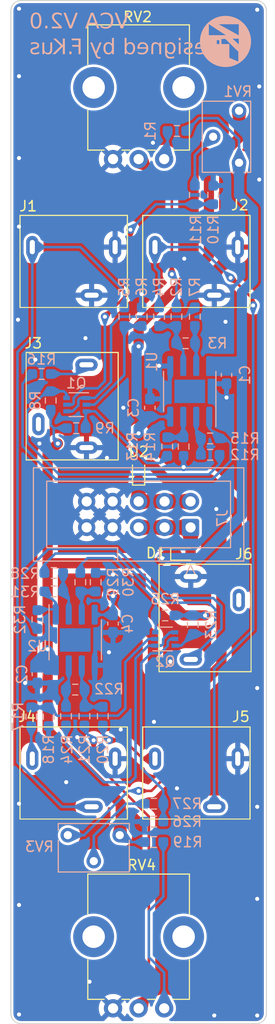
<source format=kicad_pcb>
(kicad_pcb (version 20221018) (generator pcbnew)
  (layers (0 "F.Cu" mixed) (31 "B.Cu" signal) (34 "B.Paste" user) (35 "F.Paste" user) (36 "B.SilkS" user "B.Silkscreen") (37 "F.SilkS" user "F.Silkscreen") (38 "B.Mask" user) (39 "F.Mask" user) (44 "Edge.Cuts" user))
  (net 0 "")
  (net 1 "+12V")
  (net 2 "GNDREF")
  (net 3 "-12V")
  (net 4 "/SIGNAL_IN1")
  (net 5 "/CV_IN1")
  (net 6 "Net-(J3-PadT)")
  (net 8 "/SIGNAL_IN2")
  (net 9 "/CV_IN2")
  (net 10 "Net-(J6-PadT)")
  (net 12 "Net-(R1-Pad1)")
  (net 13 "Net-(R2-Pad1)")
  (net 14 "Net-(U1A--)")
  (net 15 "Net-(R3-Pad2)")
  (net 16 "Net-(R11-Pad2)")
  (net 17 "Net-(U1B--)")
  (net 18 "Net-(R15-Pad1)")
  (net 19 "Net-(R19-Pad1)")
  (net 20 "Net-(R21-Pad1)")
  (net 21 "Net-(R22-Pad2)")
  (net 22 "Net-(R27-Pad2)")
  (net 23 "Net-(R31-Pad1)")
  (net 24 "Net-(U1A-+)")
  (net 25 "Net-(U2B--)")
  (net 26 "Net-(U2A--)")
  (net 27 "Net-(U2A-+)")
  (net 28 "Net-(D1-A)")
  (net 29 "Net-(D2-K)")
  (net 30 "Net-(Q1A-E1)")
  (net 31 "Net-(Q1A-B1)")
  (net 32 "Net-(Q1B-C2)")
  (net 33 "Net-(Q1B-B2)")
  (net 34 "Net-(Q1A-C1)")
  (net 35 "Net-(Q2A-E1)")
  (net 36 "Net-(Q2A-B1)")
  (net 37 "Net-(Q2B-C2)")
  (net 38 "Net-(Q2B-B2)")
  (net 39 "Net-(Q2A-C1)")
  (footprint "Diode_SMD:D_SOD-523" (layer "F.Cu") (at 112.5 71.1 90)
    (fp_text reference "D2")
    (fp_text value "BAS516")
  )
  (footprint "Diode_SMD:D_SOD-523" (layer "F.Cu") (at 116.9 79.1)
    (fp_text reference "D1")
    (fp_text value "BAS516")
  )
  (footprint "Other:Jack_3.5mm_VCO" (layer "F.Cu") (at 118.5 100)
    (fp_text reference "J5")
    (fp_text value "AudioJack2_SwitchT")
  )
  (footprint "Other:Jack_3.5mm_VCO" (layer "F.Cu") (at 106.5 50)
    (fp_text reference "J1")
    (fp_text value "AudioJack2_SwitchT")
  )
  (footprint "Other:Jack_3.5mm_VCO" (layer "F.Cu") (at 106.5 100)
    (fp_text reference "J4")
    (fp_text value "AudioJack2_SwitchT")
  )
  (footprint "Other:Potentiometer_Bourns_PTV09A-1_Single_Vertical" (layer "F.Cu") (at 115 40.5 90)
    (fp_text reference "RV2")
    (fp_text value "100K")
  )
  (footprint "Other:Jack_3.5mm_VCO" (layer "F.Cu") (at 118.5 85 90)
    (fp_text reference "J6")
    (fp_text value "AudioJack2_SwitchT")
  )
  (footprint "Other:Jack_3.5mm_VCO" (layer "F.Cu") (at 118.5 50)
    (fp_text reference "J2")
    (fp_text value "AudioJack2_SwitchT")
  )
  (footprint "Other:Potentiometer_Bourns_PTV09A-1_Single_Vertical" (layer "F.Cu") (at 115 123.5 90)
    (fp_text reference "RV4")
    (fp_text value "100K")
  )
  (footprint "Other:Jack_3.5mm_VCO" (layer "F.Cu") (at 106.5 65 -90)
    (fp_text reference "J3")
    (fp_text value "AudioJack2_SwitchT")
  )
  (footprint "Resistor_SMD:R_0603_1608Metric_Pad0.98x0.95mm_HandSolder" (layer "B.Cu") (at 109 94.95 90)
    (fp_text reference "R20")
    (fp_text value "100K")
  )
  (footprint "LOGO" (layer "B.Cu") (at 121 29 180)
    (fp_text reference "G***" hide)
    (fp_text value "LOGO" hide)
  )
  (footprint "Capacitor_SMD:C_0603_1608Metric_Pad1.08x0.95mm_HandSolder" (layer "B.Cu") (at 102.6 90.85 -90)
    (fp_text reference "C2")
    (fp_text value "100n")
  )
  (footprint "Resistor_SMD:R_0603_1608Metric_Pad0.98x0.95mm_HandSolder" (layer "B.Cu") (at 116.9 68.6 90)
    (fp_text reference "R14")
    (fp_text value "100K")
  )
  (footprint "Package_SO:SOIC-8-1EP_3.9x4.9mm_P1.27mm_EP2.29x3mm" (layer "B.Cu") (at 106.3 87.5 -90)
    (fp_text reference "U2")
    (fp_text value "TL072")
  )
  (footprint "Resistor_SMD:R_0603_1608Metric_Pad0.98x0.95mm_HandSolder" (layer "B.Cu") (at 104.2 80.95)
    (fp_text reference "R28")
    (fp_text value "10K")
  )
  (footprint "Resistor_SMD:R_0603_1608Metric_Pad0.98x0.95mm_HandSolder" (layer "B.Cu") (at 102 95 90)
    (fp_text reference "R17")
    (fp_text value "100K")
  )
  (footprint "Connector_IDC:IDC-Header_2x05_P2.54mm_Vertical" (layer "B.Cu") (at 117.58 76.5 90)
    (fp_text reference "J7")
    (fp_text value "Conn_02x05_Odd_Even")
  )
  (footprint "Resistor_SMD:R_0603_1608Metric_Pad0.98x0.95mm_HandSolder" (layer "B.Cu") (at 106.8 81.85 -90)
    (fp_text reference "R29")
    (fp_text value "10K")
  )
  (footprint "Resistor_SMD:R_0603_1608Metric_Pad0.98x0.95mm_HandSolder" (layer "B.Cu") (at 111.1 55.9 -90)
    (fp_text reference "R5")
    (fp_text value "100K")
  )
  (footprint "Resistor_SMD:R_0603_1608Metric_Pad0.98x0.95mm_HandSolder" (layer "B.Cu") (at 116.25 37.75)
    (fp_text reference "R1")
    (fp_text value "20K")
  )
  (footprint "Potentiometer_THT:Potentiometer_Bourns_3266W_Vertical" (layer "B.Cu") (at 122.325 35.775 90)
    (fp_text reference "RV1")
    (fp_text value "100K")
  )
  (footprint "Resistor_SMD:R_0603_1608Metric_Pad0.98x0.95mm_HandSolder" (layer "B.Cu") (at 114 105.25)
    (fp_text reference "R26")
    (fp_text value "100")
  )
  (footprint "Potentiometer_THT:Potentiometer_Bourns_3266W_Vertical" (layer "B.Cu") (at 105.575 106.575 180)
    (fp_text reference "RV3")
    (fp_text value "100K")
  )
  (footprint "Resistor_SMD:R_0603_1608Metric_Pad0.98x0.95mm_HandSolder" (layer "B.Cu") (at 107.2 94.95 90)
    (fp_text reference "R21")
    (fp_text value "100K")
  )
  (footprint "Resistor_SMD:R_0603_1608Metric_Pad0.98x0.95mm_HandSolder" (layer "B.Cu") (at 114 103.5 180)
    (fp_text reference "R27")
    (fp_text value "100K")
  )
  (footprint "Package_SO:SOIC-8-1EP_3.9x4.9mm_P1.27mm_EP2.29x3mm" (layer "B.Cu") (at 117.5 63.2 90)
    (fp_text reference "U1")
    (fp_text value "TL072")
  )
  (footprint "Resistor_SMD:R_0603_1608Metric_Pad0.98x0.95mm_HandSolder" (layer "B.Cu") (at 117.1 58.5)
    (fp_text reference "R3")
    (fp_text value "82K")
  )
  (footprint "Resistor_SMD:R_0603_1608Metric_Pad0.98x0.95mm_HandSolder" (layer "B.Cu") (at 112.8 55.9 -90)
    (fp_text reference "R6")
    (fp_text value "100")
  )
  (footprint "Resistor_SMD:R_0603_1608Metric_Pad0.98x0.95mm_HandSolder" (layer "B.Cu") (at 119.5 67.8 180)
    (fp_text reference "R15")
    (fp_text value "100K")
  )
  (footprint "Resistor_SMD:R_0603_1608Metric_Pad0.98x0.95mm_HandSolder" (layer "B.Cu") (at 115.1 85.1)
    (fp_text reference "R25")
    (fp_text value "20K")
  )
  (footprint "Resistor_SMD:R_0603_1608Metric_Pad0.98x0.95mm_HandSolder" (layer "B.Cu") (at 103.9 64.1 -90)
    (fp_text reference "R8")
    (fp_text value "20K")
  )
  (footprint "Resistor_SMD:R_0603_1608Metric_Pad0.98x0.95mm_HandSolder" (layer "B.Cu") (at 106.4 66.8 180)
    (fp_text reference "R9")
    (fp_text value "20K")
  )
  (footprint "Resistor_SMD:R_0603_1608Metric_Pad0.98x0.95mm_HandSolder" (layer "B.Cu") (at 106.3 92.35 180)
    (fp_text reference "R22")
    (fp_text value "82K")
  )
  (footprint "Package_TO_SOT_SMD:SOT-363_SC-70-6" (layer "B.Cu") (at 106.4 64.5 180)
    (fp_text reference "Q1")
    (fp_text value "BC847BDW1")
  )
  (footprint "Capacitor_SMD:C_0603_1608Metric_Pad1.08x0.95mm_HandSolder" (layer "B.Cu") (at 113.6 64.8 -90)
    (fp_text reference "C3")
    (fp_text value "100n")
  )
  (footprint "Resistor_SMD:R_0603_1608Metric_Pad0.98x0.95mm_HandSolder" (layer "B.Cu") (at 103 61.5 180)
    (fp_text reference "R16")
    (fp_text value "1K")
  )
  (footprint "Resistor_SMD:R_0603_1608Metric_Pad0.98x0.95mm_HandSolder" (layer "B.Cu") (at 114.5 55.9 -90)
    (fp_text reference "R4")
    (fp_text value "100K")
  )
  (footprint "Resistor_SMD:R_0603_1608Metric_Pad0.98x0.95mm_HandSolder" (layer "B.Cu") (at 117.8 86 90)
    (fp_text reference "R23")
    (fp_text value "20K")
  )
  (footprint "Resistor_SMD:R_0603_1608Metric_Pad0.98x0.95mm_HandSolder" (layer "B.Cu") (at 105.4 94.95 -90)
    (fp_text reference "R24")
    (fp_text value "10K")
  )
  (footprint "Resistor_SMD:R_0603_1608Metric_Pad0.98x0.95mm_HandSolder" (layer "B.Cu") (at 102.6 85.5 90)
    (fp_text reference "R32")
    (fp_text value "1K")
  )
  (footprint "Capacitor_SMD:C_0603_1608Metric_Pad1.08x0.95mm_HandSolder" (layer "B.Cu") (at 110 85.9 90)
    (fp_text reference "C4")
    (fp_text value "100n")
  )
  (footprint "Package_TO_SOT_SMD:SOT-363_SC-70-6" (layer "B.Cu") (at 115.1 87.4)
    (fp_text reference "Q2")
    (fp_text value "BC847BDW1")
  )
  (footprint "Resistor_SMD:R_0603_1608Metric_Pad0.98x0.95mm_HandSolder" (layer "B.Cu") (at 118 55.9 90)
    (fp_text reference "R7")
    (fp_text value "10K")
  )
  (footprint "Resistor_SMD:R_0603_1608Metric_Pad0.98x0.95mm_HandSolder" (layer "B.Cu") (at 118 44 90)
    (fp_text reference "R11")
    (fp_text value "100K")
  )
  (footprint "Resistor_SMD:R_0603_1608Metric_Pad0.98x0.95mm_HandSolder" (layer "B.Cu") (at 114 107.25 180)
    (fp_text reference "R19")
    (fp_text value "20K")
  )
  (footprint "Capacitor_SMD:C_0603_1608Metric_Pad1.08x0.95mm_HandSolder" (layer "B.Cu") (at 121.1 61.6 -90)
    (fp_text reference "C1")
    (fp_text value "100n")
  )
  (footprint "Resistor_SMD:R_0603_1608Metric_Pad0.98x0.95mm_HandSolder" (layer "B.Cu") (at 116.2 55.9 -90)
    (fp_text reference "R2")
    (fp_text value "100K")
  )
  (footprint "Resistor_SMD:R_0603_1608Metric_Pad0.98x0.95mm_HandSolder" (layer "B.Cu") (at 103.7 95 90)
    (fp_text reference "R18")
    (fp_text value "100")
  )
  (footprint "Resistor_SMD:R_0603_1608Metric_Pad0.98x0.95mm_HandSolder" (layer "B.Cu") (at 108.3 81.85 -90)
    (fp_text reference "R30")
    (fp_text value "100K")
  )
  (footprint "Resistor_SMD:R_0603_1608Metric_Pad0.98x0.95mm_HandSolder" (layer "B.Cu") (at 119.5 69.4 180)
    (fp_text reference "R12")
    (fp_text value "10K")
  )
  (footprint "Resistor_SMD:R_0603_1608Metric_Pad0.98x0.95mm_HandSolder" (layer "B.Cu") (at 115.3 68.6 90)
    (fp_text reference "R13")
    (fp_text value "10K")
  )
  (footprint "Resistor_SMD:R_0603_1608Metric_Pad0.98x0.95mm_HandSolder" (layer "B.Cu") (at 104.2 82.75)
    (fp_text reference "R31")
    (fp_text value "100K")
  )
  (footprint "Resistor_SMD:R_0603_1608Metric_Pad0.98x0.95mm_HandSolder" (layer "B.Cu") (at 119.8 44 -90)
    (fp_text reference "R10")
    (fp_text value "100")
  )
  (gr_arc (start 125 124) (mid 124.707107 124.707107) (end 124 125) (stroke (width 0.1)) (layer "Edge.Cuts"))
  (gr_line (start 124 125) (end 101 125) (stroke (width 0.1)) (layer "Edge.Cuts"))
  (gr_line (start 100 124) (end 100 26) (stroke (width 0.1)) (layer "Edge.Cuts"))
  (gr_arc (start 100 26) (mid 100.292893 25.292893) (end 101 25) (stroke (width 0.1)) (layer "Edge.Cuts"))
  (gr_arc (start 124 25) (mid 124.707107 25.292893) (end 125 26) (stroke (width 0.1)) (layer "Edge.Cuts"))
  (gr_line (start 101 25) (end 124 25) (stroke (width 0.1)) (layer "Edge.Cuts"))
  (gr_line (start 125 26) (end 125 124) (stroke (width 0.1)) (layer "Edge.Cuts"))
  (gr_arc (start 101 125) (mid 100.292893 124.707107) (end 100 124) (stroke (width 0.1)) (layer "Edge.Cuts"))
  (gr_text "VCA V2.0\nDesigned by F.Kus" (at 101.8 30.5) (layer "B.SilkS") (effects (font (size 1.5 1.5)) (justify right bottom mirror)))
  (segment (start 103.6 69.3) (end 104.6 68.3) (width 1) (layer "F.Cu") (net 1))
  (segment (start 115.3 79.1) (end 116.2 79.1) (width 1) (layer "F.Cu") (net 1))
  (segment (start 103.6 88.4) (end 103.6 80) (width 1) (layer "F.Cu") (net 1))
  (segment (start 119 85.1) (end 116.9 85.1) (width 1) (layer "F.Cu") (net 1))
  (segment (start 103.6 88.4) (end 103.6 96.35) (width 1) (layer "F.Cu") (net 1))
  (segment (start 114.8 79.5) (end 114.9 79.5) (width 1) (layer "F.Cu") (net 1))
  (segment (start 110.75 103.5) (end 110.75 106.48) (width 1) (layer "F.Cu") (net 1))
  (segment (start 103.6 80) (end 103.6 69.3) (width 1) (layer "F.Cu") (net 1))
  (segment (start 114.2 80.2) (end 114.8 79.6) (width 1) (layer "F.Cu") (net 1))
  (segment (start 103.6 96.35) (end 110.75 103.5) (width 1) (layer "F.Cu") (net 1))
  (segment (start 114.2 82.4) (end 114.2 80.2) (width 1) (layer "F.Cu") (net 1))
  (segment (start 114.9 79.5) (end 115.3 79.1) (width 1) (layer "F.Cu") (net 1))
  (segment (start 116.9 85.1) (end 114.2 82.4) (width 1) (layer "F.Cu") (net 1))
  (segment (start 114.2 80.2) (end 114 80) (width 1) (layer "F.Cu") (net 1))
  (segment (start 110.75 106.48) (end 110.655 106.575) (width 0.25) (layer "F.Cu") (net 1))
  (segment (start 114.8 79.6) (end 114.8 79.5) (width 1) (layer "F.Cu") (net 1))
  (segment (start 114 80) (end 103.6 80) (width 1) (layer "F.Cu") (net 1))
  (via (at 119 85.1) (size 0.8) (drill 0.4) (layers "F.Cu" "B.Cu") (net 1))
  (via (at 114.8 79.5) (size 0.8) (drill 0.4) (layers "F.Cu" "B.Cu") (net 1))
  (via (at 104.6 68.3) (size 0.8) (drill 0.4) (layers "F.Cu" "B.Cu") (net 1))
  (via (at 103.6 88.4) (size 0.8) (drill 0.4) (layers "F.Cu" "B.Cu") (net 1))
  (segment (start 116.025 85.0875) (end 116.0125 85.1) (width 0.25) (layer "B.Cu") (net 1))
  (segment (start 122.6 75.3) (end 122.6 53.5) (width 1) (layer "B.Cu") (net 1))
  (segment (start 121.0875 60.725) (end 121.1 60.7375) (width 1) (layer "B.Cu") (net 1))
  (segment (start 104.2 66.8) (end 105.4875 66.8) (width 0.25) (layer "B.Cu") (net 1))
  (segment (start 104.2 66.8) (end 104.2 67.9) (width 0.25) (layer "B.Cu") (net 1))
  (segment (start 117.8125 85.1) (end 119 85.1) (width 0.25) (layer "B.Cu") (net 1))
  (segment (start 123.7 52.4) (end 123.7 45.4) (width 1) (layer "B.Cu") (net 1))
  (segment (start 104.2 67.9) (end 104.6 68.3) (width 0.25) (layer "B.Cu") (net 1))
  (segment (start 117.8 85.0875) (end 116.025 85.0875) (width 0.25) (layer "B.Cu") (net 1))
  (segment (start 119 85.1) (end 119 85.0875) (width 0.25) (layer "B.Cu") (net 1))
  (segment (start 118.4125 36.5) (end 120.25 36.5) (width 0.25) (layer "B.Cu") (net 1))
  (segment (start 111.75 107.25) (end 113.0875 107.25) (width 0.25) (layer "B.Cu") (net 1))
  (segment (start 110.655 106.575) (end 111.075 106.575) (width 0.25) (layer "B.Cu") (net 1))
  (segment (start 103.9 66.5) (end 104.2 66.8) (width 0.25) (layer "B.Cu") (net 1))
  (segment (start 111.075 106.575) (end 111.75 107.25) (width 0.25) (layer "B.Cu") (net 1))
  (segment (start 122.6 53.5) (end 123.7 52.4) (width 1) (layer "B.Cu") (net 1))
  (segment (start 122.325 44.025) (end 122.325 40.855) (width 1) (layer "B.Cu") (net 1))
  (segment (start 118.4 79.5) (end 122.6 75.3) (width 1) (layer "B.Cu") (net 1))
  (segment (start 117.1625 37.75) (end 118.4125 36.5) (width 0.25) (layer "B.Cu") (net 1))
  (segment (start 122.325 38.575) (end 122.325 40.855) (width 0.25) (layer "B.Cu") (net 1))
  (segment (start 117.8 85.0875) (end 117.8125 85.1) (width 0.25) (layer "B.Cu") (net 1))
  (segment (start 102.6125 89.975) (end 102.6 89.9875) (width 0.25) (layer "B.Cu") (net 1))
  (segment (start 120.25 36.5) (end 122.325 38.575) (width 0.25) (layer "B.Cu") (net 1))
  (segment (start 103.9 66.5) (end 103.9 65.0125) (width 0.25) (layer "B.Cu") (net 1))
  (segment (start 114.8 79.5) (end 118.4 79.5) (width 1) (layer "B.Cu") (net 1))
  (segment (start 123.7 45.4) (end 122.325 44.025) (width 1) (layer "B.Cu") (net 1))
  (via (at 109.6 88.7) (size 0.8) (drill 0.4) (layers "F.Cu" "B.Cu") (net 2))
  (via (at 113.9 38.9) (size 0.8) (drill 0.4) (layers "F.Cu" "B.Cu") (net 2))
  (via (at 116.966592 50.231721) (size 0.8) (drill 0.4) (layers "F.Cu" "B.Cu") (net 2))
  (via (at 111 64.8) (size 0.8) (drill 0.4) (layers "F.Cu" "B.Cu") (net 2))
  (via (at 100.8 25.8) (size 0.8) (drill 0.4) (layers "F.Cu" "B.Cu") (net 2))
  (via (at 109.4 69.7) (size 0.8) (drill 0.4) (layers "F.Cu" "B.Cu") (net 2))
  (via (at 101.4 91.7) (size 0.8) (drill 0.4) (layers "F.Cu" "B.Cu") (net 2))
  (via (at 121 56.4) (size 0.8) (drill 0.4) (layers "F.Cu" "B.Cu") (net 2))
  (via (at 124.1 103.8) (size 0.8) (drill 0.4) (layers "F.Cu" "B.Cu") (net 2))
  (via (at 121.1 63.8) (size 0.8) (drill 0.4) (layers "F.Cu" "B.Cu") (net 2))
  (via (at 116.9 70.6) (size 0.8) (drill 0.4) (layers "F.Cu" "B.Cu") (net 2))
  (via (at 124.3 33.4) (size 0.8) (drill 0.4) (layers "F.Cu" "B.Cu") (net 2))
  (via (at 100.8 32.4) (size 0.8) (drill 0.4) (layers "F.Cu" "B.Cu") (net 2))
  (via (at 124.1 25.9) (size 0.8) (drill 0.4) (layers "F.Cu" "B.Cu") (net 2))
  (via (at 120.1 74.7) (size 0.8) (drill 0.4) (layers "F.Cu" "B.Cu") (net 2))
  (via (at 110 81.1) (size 0.8) (drill 0.4) (layers "F.Cu" "B.Cu") (net 2))
  (via (at 124.1 92.2) (size 0.8) (drill 0.4) (layers "F.Cu" "B.Cu") (net 2))
  (via (at 107.3 58) (size 0.8) (drill 0.4) (layers "F.Cu" "B.Cu") (net 2))
  (via (at 100.8 40.4) (size 0.8) (drill 0.4) (layers "F.Cu" "B.Cu") (net 2))
  (via (at 100.8 47.1) (size 0.8) (drill 0.4) (layers "F.Cu" "B.Cu") (net 2))
  (via (at 124.3 42.5) (size 0.8) (drill 0.4) (layers "F.Cu" "B.Cu") (net 2))
  (via (at 102.8 68.3) (size 0.8) (drill 0.4) (layers "F.Cu" "B.Cu") (net 2))
  (via (at 115.6 89.6) (size 0.8) (drill 0.4) (layers "F.Cu" "B.Cu") (net 2))
  (via (at 124.1 124.2) (size 0.8) (drill 0.4) (layers "F.Cu" "B.Cu") (net 2))
  (via (at 114.5 60.7) (size 0.8) (drill 0.4) (layers "F.Cu" "B.Cu") (net 2))
  (via (at 124.1 112.8) (size 0.8) (drill 0.4) (layers "F.Cu" "B.Cu") (net 2))
  (via (at 105.418101 101.394415) (size 0.8) (drill 0.4) (layers "F.Cu" "B.Cu") (net 2))
  (via (at 100.8 124.1) (size 0.8) (drill 0.4) (layers "F.Cu" "B.Cu") (net 2))
  (via (at 107.7 120.9) (size 0.8) (drill 0.4) (layers "F.Cu" "B.Cu") (net 2))
  (via (at 102.4 60.1) (size 0.8) (drill 0.4) (layers "F.Cu" "B.Cu") (net 2))
  (via (at 119.9 124.2) (size 0.8) (drill 0.4) (layers "F.Cu" "B.Cu") (net 2))
  (via (at 100.8 113.4) (size 0.8) (drill 0.4) (layers "F.Cu" "B.Cu") (net 2))
  (via (at 112.8 53.7) (size 0.8) (drill 0.4) (layers "F.Cu" "B.Cu") (net 2))
  (via (at 106.5 97) (size 0.8) (drill 0.4) (layers "F.Cu" "B.Cu") (net 2))
  (via (at 100.8 103.5) (size 0.8) (drill 0.4) (layers "F.Cu" "B.Cu") (net 2))
  (via (at 114 95.5) (size 0.8) (drill 0.4) (layers "F.Cu" "B.Cu") (net 2))
  (via (at 116.25 102) (size 0.8) (drill 0.4) (layers "F.Cu" "B.Cu") (net 2))
  (via (at 110.75 96.25) (size 0.8) (drill 0.4) (layers "F.Cu" "B.Cu") (net 2))
  (via (at 100.7 56.2) (size 0.8) (drill 0.4) (layers "F.Cu" "B.Cu") (net 2))
  (segment (start 101.4125 91.7125) (end 101.4 91.7) (width 0.25) (layer "B.Cu") (net 2))
  (segment (start 121.1 62.4625) (end 121.1 63.8) (width 0.25) (layer "B.Cu") (net 2))
  (segment (start 112.8 54.9875) (end 112.8 53.7) (width 0.25) (layer "B.Cu") (net 2))
  (segment (start 102.6 91.7125) (end 101.4125 91.7125) (width 0.25) (layer "B.Cu") (net 2))
  (segment (start 109.9875 40.4875) (end 110 40.5) (width 0.25) (layer "B.Cu") (net 2))
  (segment (start 109.025 89.975) (end 109.6 89.4) (width 0.25) (layer "B.Cu") (net 2))
  (segment (start 109.8375 80.9375) (end 110 81.1) (width 0.25) (layer "B.Cu") (net 2))
  (segment (start 110 86.7625) (end 110 88.3) (width 0.25) (layer "B.Cu") (net 2))
  (segment (start 113.6 61.6) (end 114.5 60.7) (width 0.25) (layer "B.Cu") (net 2))
  (segment (start 116.9 70.6) (end 116.9 70.5) (width 0.25) (layer "B.Cu") (net 2))
  (segment (start 113.6 63.9375) (end 113.6 61.6) (width 0.25) (layer "B.Cu") (net 2))
  (segment (start 108.205 89.975) (end 109.025 89.975) (width 0.25) (layer "B.Cu") (net 2))
  (segment (start 115.595 60.725) (end 114.525 60.725) (width 0.25) (layer "B.Cu") (net 2))
  (segment (start 109.6 89.4) (end 109.6 88.7) (width 0.25) (layer "B.Cu") (net 2))
  (segment (start 114.525 60.725) (end 114.5 60.7) (width 0.25) (layer "B.Cu") (net 2))
  (segment (start 116.9 69.5125) (end 116.9 70.6) (width 0.25) (layer "B.Cu") (net 2))
  (segment (start 110 88.3) (end 109.6 88.7) (width 0.25) (layer "B.Cu") (net 2))
  (segment (start 113.75 102.25) (end 115.5 100.5) (width 0.25) (layer "F.Cu") (net 3))
  (segment (start 120.6 89.9) (end 120.6 80.6) (width 1) (layer "F.Cu") (net 3))
  (segment (start 113.8 70.4) (end 112.5 70.4) (width 1) (layer "F.Cu") (net 3))
  (segment (start 115.5 100.5) (end 115.5 91.8) (width 0.25) (layer "F.Cu") (net 3))
  (segment (start 115.5 91.8) (end 118.7 91.8) (width 1) (layer "F.Cu") (net 3))
  (segment (start 120.6 80.6) (end 122.1 79.1) (width 1) (layer "F.Cu") (net 3))
  (segment (start 115.2 71.8) (end 113.8 70.4) (width 1) (layer "F.Cu") (net 3))
  (segment (start 112.5 102.25) (end 113.75 102.25) (width 0.25) (layer "F.Cu") (net 3))
  (segment (start 119.375 41.375) (end 122.325 38.425) (width 1) (layer "F.Cu") (net 3))
  (segment (start 119.5 71.8) (end 115.2 71.8) (width 1) (layer "F.Cu") (net 3))
  (segment (start 112.5 56.8) (end 119.375 49.925) (width 1) (layer "F.Cu") (net 3))
  (segment (start 112.5 70.4) (end 112.5 67.3) (width 1) (layer "F.Cu") (net 3))
  (segment (start 110 83.2) (end 109.9 83.2) (width 1) (layer "F.Cu") (net 3))
  (segment (start 122.325 38.425) (end 122.325 35.775) (width 1) (layer "F.Cu") (net 3))
  (segment (start 113.9 87.1) (end 113.9 90.2) (width 1) (layer "F.Cu") (net 3))
  (segment (start 112.1 85.3) (end 113.9 87.1) (width 1) (layer "F.Cu") (net 3))
  (segment (start 118.7 91.8) (end 120.6 89.9) (width 1) (layer "F.Cu") (net 3))
  (segment (start 113.9 90.2) (end 115.5 91.8) (width 1) (layer "F.Cu") (net 3))
  (segment (start 122.1 74.4) (end 119.5 71.8) (width 1) (layer "F.Cu") (net 3))
  (segment (start 112.5 58.8) (end 112.5 56.8) (width 1) (layer "F.Cu") (net 3))
  (segment (start 119.375 49.925) (end 119.375 41.375) (width 1) (layer "F.Cu") (net 3))
  (segment (start 112.1 85.3) (end 110 83.2) (width 1) (layer "F.Cu") (net 3))
  (segment (start 122.1 79.1) (end 122.1 74.4) (width 1) (layer "F.Cu") (net 3))
  (via (at 112.5 58.8) (size 0.8) (drill 0.4) (layers "F.Cu" "B.Cu") (net 3))
  (via (at 110 83.2) (size 0.8) (drill 0.4) (layers "F.Cu" "B.Cu") (net 3))
  (via (at 112.5 67.3) (size 0.8) (drill 0.4) (layers "F.Cu" "B.Cu") (net 3))
  (via (at 112.5 102.25) (size 0.8) (drill 0.4) (layers "F.Cu" "B.Cu") (net 3))
  (segment (start 112.5 66.7625) (end 113.6 65.6625) (width 1) (layer "B.Cu") (net 3))
  (segment (start 113.6 65.6625) (end 112.8625 65.6625) (width 1) (layer "B.Cu") (net 3))
  (segment (start 105.575 106.575) (end 107.175 106.575) (width 0.25) (layer "B.Cu") (net 3))
  (segment (start 108.2175 85.0375) (end 108.205 85.025) (width 0.25) (layer "B.Cu") (net 3))
  (segment (start 107.175 106.575) (end 110 103.75) (width 0.25) (layer "B.Cu") (net 3))
  (segment (start 112.5 67.3) (end 112.5 66.7625) (width 1) (layer "B.Cu") (net 3))
  (segment (start 112.3 59) (end 112.5 58.8) (width 1) (layer "B.Cu") (net 3))
  (segment (start 110 85.0375) (end 108.2175 85.0375) (width 0.25) (layer "B.Cu") (net 3))
  (segment (start 113.6125 65.675) (end 113.6 65.6625) (width 0.25) (layer "B.Cu") (net 3))
  (segment (start 110 85.0375) (end 110 83.2) (width 0.25) (layer "B.Cu") (net 3))
  (segment (start 112.3 65.1) (end 112.3 59) (width 1) (layer "B.Cu") (net 3))
  (segment (start 112.8625 65.6625) (end 112.3 65.1) (width 1) (layer "B.Cu") (net 3))
  (segment (start 115.595 65.675) (end 113.6125 65.675) (width 0.25) (layer "B.Cu") (net 3))
  (segment (start 111.5 102.25) (end 112.5 102.25) (width 0.25) (layer "B.Cu") (net 3))
  (segment (start 110 103.75) (end 111.5 102.25) (width 0.25) (layer "B.Cu") (net 3))
  (segment (start 113.6 65.6625) (end 113.6 66.2) (width 0.25) (layer "B.Cu") (net 3))
  (segment (start 106.8 49.1) (end 111.1 53.4) (width 0.25) (layer "B.Cu") (net 4))
  (segment (start 102.1 49.1) (end 106.8 49.1) (width 0.25) (layer "B.Cu") (net 4))
  (segment (start 100.65 59.35) (end 102.1 57.9) (width 0.25) (layer "B.Cu") (net 4))
  (segment (start 100.65 99.458148) (end 100.65 59.35) (width 0.25) (layer "B.Cu") (net 4))
  (segment (start 111.1 53.4) (end 111.1 54.9875) (width 0.25) (layer "B.Cu") (net 4))
  (segment (start 104.991852 103.8) (end 100.65 99.458148) (width 0.25) (layer "B.Cu") (net 4))
  (segment (start 107.9 103.8) (end 104.991852 103.8) (width 0.25) (layer "B.Cu") (net 4))
  (segment (start 102.1 57.9) (end 102.1 49.1) (width 0.25) (layer "B.Cu") (net 4))
  (segment (start 123.7 54.8) (end 123.7 54.2) (width 0.25) (layer "F.Cu") (net 5))
  (segment (start 121.6 52.1) (end 121.5 52.1) (width 0.25) (layer "F.Cu") (net 5))
  (segment (start 123.7 54.2) (end 121.6 52.1) (width 0.25) (layer "F.Cu") (net 5))
  (via (at 121.5 52.1) (size 0.8) (drill 0.4) (layers "F.Cu" "B.Cu") (net 5))
  (via (at 123.7 54.8) (size 0.8) (drill 0.4) (layers "F.Cu" "B.Cu") (net 5))
  (segment (start 118.5 49.1) (end 114.1 49.1) (width 0.25) (layer "B.Cu") (net 5))
  (segment (start 119.9 103.8) (end 119.9 90.3) (width 0.25) (layer "B.Cu") (net 5))
  (segment (start 119.9 90.3) (end 123.7 86.5) (width 0.25) (layer "B.Cu") (net 5))
  (segment (start 121.5 52.1) (end 118.5 49.1) (width 0.25) (layer "B.Cu") (net 5))
  (segment (start 123.7 86.5) (end 123.7 54.8) (width 0.25) (layer "B.Cu") (net 5))
  (segment (start 114.5 54.9875) (end 114.5 51.5) (width 0.25) (layer "B.Cu") (net 5))
  (segment (start 114.5 51.5) (end 114.1 51.1) (width 0.25) (layer "B.Cu") (net 5))
  (segment (start 114.1 51.1) (end 114.1 49.1) (width 0.25) (layer "B.Cu") (net 5))
  (segment (start 106.5 61.5) (end 103.9125 61.5) (width 0.25) (layer "B.Cu") (net 6))
  (segment (start 107.4 60.6) (end 106.5 61.5) (width 0.25) (layer "B.Cu") (net 6))
  (segment (start 102 99) (end 102.1 99.1) (width 0.25) (layer "B.Cu") (net 8))
  (segment (start 101.8875 98.8875) (end 102.1 99.1) (width 0.25) (layer "B.Cu") (net 8))
  (segment (start 102 95.9125) (end 102 99) (width 0.25) (layer "B.Cu") (net 8))
  (segment (start 109.6 97.3) (end 111.1 97.3) (width 0.25) (layer "F.Cu") (net 9))
  (segment (start 111.1 97.3) (end 112.9 99.1) (width 0.25) (layer "F.Cu") (net 9))
  (segment (start 112.9 99.1) (end 114.1 99.1) (width 0.25) (layer "F.Cu") (net 9))
  (via (at 109.6 97.3) (size 0.8) (drill 0.4) (layers "F.Cu" "B.Cu") (net 9))
  (segment (start 109 95.8625) (end 109 96.7) (width 0.25) (layer "B.Cu") (net 9))
  (segment (start 109 96.7) (end 109.6 97.3) (width 0.25) (layer "B.Cu") (net 9))
  (segment (start 110.372792 78.6) (end 115.172792 83.4) (width 0.25) (layer "B.Cu") (net 10))
  (segment (start 103.7 78.6) (end 110.372792 78.6) (width 0.25) (layer "B.Cu") (net 10))
  (segment (start 102.6 86.4125) (end 101.1 84.9125) (width 0.25) (layer "B.Cu") (net 10))
  (segment (start 120.6 84.2) (end 120.6 86.4) (width 0.25) (layer "B.Cu") (net 10))
  (segment (start 101.1 81.2) (end 103.7 78.6) (width 0.25) (layer "B.Cu") (net 10))
  (segment (start 115.172792 83.4) (end 119.8 83.4) (width 0.25) (layer "B.Cu") (net 10))
  (segment (start 101.1 84.9125) (end 101.1 81.2) (width 0.25) (layer "B.Cu") (net 10))
  (segment (start 120.6 86.4) (end 117.6 89.4) (width 0.25) (layer "B.Cu") (net 10))
  (segment (start 119.8 83.4) (end 120.6 84.2) (width 0.25) (layer "B.Cu") (net 10))
  (segment (start 115.3375 37.75) (end 115.3375 40.1625) (width 0.25) (layer "B.Cu") (net 12))
  (segment (start 115.3375 40.1625) (end 115 40.5) (width 0.25) (layer "B.Cu") (net 12))
  (segment (start 115.75 43.75) (end 112.5 40.5) (width 0.25) (layer "F.Cu") (net 13))
  (segment (start 115.75 51.75) (end 115.75 43.75) (width 0.25) (layer "F.Cu") (net 13))
  (via (at 115.75 51.75) (size 0.8) (drill 0.4) (layers "F.Cu" "B.Cu") (net 13))
  (segment (start 115.75 51.75) (end 116.2 52.2) (width 0.25) (layer "B.Cu") (net 13))
  (segment (start 112.5125 40.5125) (end 112.5 40.5) (width 0.25) (layer "B.Cu") (net 13))
  (segment (start 116.2 52.2) (end 116.2 54.9875) (width 0.25) (layer "B.Cu") (net 13))
  (segment (start 118.135 65.675) (end 118.135 67.3475) (width 0.25) (layer "B.Cu") (net 14))
  (segment (start 118.5875 67.8) (end 118.5875 69.4) (width 0.25) (layer "B.Cu") (net 14))
  (segment (start 118.135 67.3475) (end 118.5875 67.8) (width 0.25) (layer "B.Cu") (net 14))
  (segment (start 118.135 60.725) (end 118.135 58.6225) (width 0.25) (layer "B.Cu") (net 15))
  (segment (start 118.0125 58.5) (end 118.0125 56.825) (width 0.25) (layer "B.Cu") (net 15))
  (segment (start 118.0125 56.825) (end 118 56.8125) (width 0.25) (layer "B.Cu") (net 15))
  (segment (start 118.135 58.6225) (end 118.0125 58.5) (width 0.25) (layer "B.Cu") (net 15))
  (segment (start 118 40.1) (end 119.785 38.315) (width 0.25) (layer "B.Cu") (net 16))
  (segment (start 118 43.0875) (end 118 40.1) (width 0.25) (layer "B.Cu") (net 16))
  (segment (start 116.865 60.725) (end 116.865 59.1775) (width 0.25) (layer "B.Cu") (net 17))
  (segment (start 116.1875 58.5) (end 116.1875 56.825) (width 0.25) (layer "B.Cu") (net 17))
  (segment (start 116.865 59.1775) (end 116.1875 58.5) (width 0.25) (layer "B.Cu") (net 17))
  (segment (start 116.2 56.8125) (end 114.5 56.8125) (width 0.25) (layer "B.Cu") (net 17))
  (segment (start 116.1875 56.825) (end 116.2 56.8125) (width 0.25) (layer "B.Cu") (net 17))
  (segment (start 121.5 68.3) (end 121 67.8) (width 0.25) (layer "B.Cu") (net 18))
  (segment (start 102.0875 61.5) (end 101.15 62.4375) (width 0.25) (layer "B.Cu") (net 18))
  (segment (start 119.725 71.775) (end 121.5 70) (width 0.25) (layer "B.Cu") (net 18))
  (segment (start 104.375 71.775) (end 119.725 71.775) (width 0.25) (layer "B.Cu") (net 18))
  (segment (start 119.405 65.675) (end 119.405 66.7925) (width 0.25) (layer "B.Cu") (net 18))
  (segment (start 120.4125 67.8) (end 119.405 66.7925) (width 0.25) (layer "B.Cu") (net 18))
  (segment (start 121.5 70) (end 121.5 68.3) (width 0.25) (layer "B.Cu") (net 18))
  (segment (start 101.15 68.55) (end 104.375 71.775) (width 0.25) (layer "B.Cu") (net 18))
  (segment (start 121 67.8) (end 120.4125 67.8) (width 0.25) (layer "B.Cu") (net 18))
  (segment (start 101.15 62.4375) (end 101.15 68.55) (width 0.25) (layer "B.Cu") (net 18))
  (segment (start 113.5 114) (end 113.5 118.5) (width 0.25) (layer "B.Cu") (net 19))
  (segment (start 113.5 118.5) (end 115 120) (width 0.25) (layer "B.Cu") (net 19))
  (segment (start 114.9125 107.25) (end 114.9125 112.5875) (width 0.25) (layer "B.Cu") (net 19))
  (segment (start 115 120) (end 115 123.5) (width 0.25) (layer "B.Cu") (net 19))
  (segment (start 114.9125 112.5875) (end 113.5 114) (width 0.25) (layer "B.Cu") (net 19))
  (segment (start 108.1 99.35) (end 113.5 104.75) (width 0.25) (layer "F.Cu") (net 20))
  (segment (start 113.5 104.75) (end 113.5 122.5) (width 0.25) (layer "F.Cu") (net 20))
  (segment (start 108.1 97.3) (end 108 97.3) (width 0.25) (layer "F.Cu") (net 20))
  (segment (start 113.5 122.5) (end 112.5 123.5) (width 0.25) (layer "F.Cu") (net 20))
  (segment (start 108.1 97.3) (end 108.1 99.35) (width 0.25) (layer "F.Cu") (net 20))
  (via (at 108.1 97.3) (size 0.8) (drill 0.4) (layers "F.Cu" "B.Cu") (net 20))
  (segment (start 107.2 96.4) (end 108.1 97.3) (width 0.25) (layer "B.Cu") (net 20))
  (segment (start 112.5 123.5) (end 112.1 123.1) (width 0.25) (layer "B.Cu") (net 20))
  (segment (start 107.2 95.8625) (end 107.2 96.4) (width 0.25) (layer "B.Cu") (net 20))
  (segment (start 108 97.3) (end 108.1 97.3) (width 0.25) (layer "B.Cu") (net 20))
  (segment (start 105.3875 92.35) (end 105.3875 94.025) (width 0.25) (layer "B.Cu") (net 21))
  (segment (start 105.665 92.0725) (end 105.3875 92.35) (width 0.25) (layer "B.Cu") (net 21))
  (segment (start 105.665 89.975) (end 105.665 92.0725) (width 0.25) (layer "B.Cu") (net 21))
  (segment (start 105.3875 94.025) (end 105.4 94.0375) (width 0.25) (layer "B.Cu") (net 21))
  (segment (start 108.115 106.635) (end 111.25 103.5) (width 0.25) (layer "B.Cu") (net 22))
  (segment (start 108.115 109.115) (end 108.115 106.635) (width 0.25) (layer "B.Cu") (net 22))
  (segment (start 111.25 103.5) (end 113.0875 103.5) (width 0.25) (layer "B.Cu") (net 22))
  (segment (start 102.6 84.5875) (end 102.6875 84.5) (width 0.25) (layer "B.Cu") (net 23))
  (segment (start 104.395 84.5) (end 104.395 85.025) (width 0.25) (layer "B.Cu") (net 23))
  (segment (start 102.6875 84.5) (end 104.395 84.5) (width 0.25) (layer "B.Cu") (net 23))
  (segment (start 104.395 85.025) (end 104.395 83.8575) (width 0.25) (layer "B.Cu") (net 23))
  (segment (start 104.395 83.8575) (end 103.2875 82.75) (width 0.25) (layer "B.Cu") (net 23))
  (segment (start 116.865 67.6525) (end 116.9 67.6875) (width 0.25) (layer "B.Cu") (net 24))
  (segment (start 116.865 65.675) (end 116.865 67.6525) (width 0.25) (layer "B.Cu") (net 24))
  (segment (start 116.9 67.6875) (end 115.3 67.6875) (width 0.25) (layer "B.Cu") (net 24))
  (segment (start 106.935 89.975) (end 106.935 92.0725) (width 0.25) (layer "B.Cu") (net 25))
  (segment (start 107.2125 92.35) (end 107.2125 94.025) (width 0.25) (layer "B.Cu") (net 25))
  (segment (start 106.935 92.0725) (end 107.2125 92.35) (width 0.25) (layer "B.Cu") (net 25))
  (segment (start 107.2125 94.025) (end 107.2 94.0375) (width 0.25) (layer "B.Cu") (net 25))
  (segment (start 107.2 94.0375) (end 109 94.0375) (width 0.25) (layer "B.Cu") (net 25))
  (segment (start 105.665 83.3025) (end 105.1125 82.75) (width 0.25) (layer "B.Cu") (net 26))
  (segment (start 105.1125 82.75) (end 105.1125 80.95) (width 0.25) (layer "B.Cu") (net 26))
  (segment (start 105.665 85.025) (end 105.665 83.3025) (width 0.25) (layer "B.Cu") (net 26))
  (segment (start 106.935 82.8975) (end 106.8 82.7625) (width 0.25) (layer "B.Cu") (net 27))
  (segment (start 106.935 85.025) (end 106.935 82.8975) (width 0.25) (layer "B.Cu") (net 27))
  (segment (start 106.8 82.7625) (end 108.3 82.7625) (width 0.25) (layer "B.Cu") (net 27))
  (segment (start 117.58 76.5) (end 117.58 79.08) (width 1) (layer "F.Cu") (net 28))
  (segment (start 112.5 76.5) (end 115.04 76.5) (width 1) (layer "F.Cu") (net 28))
  (segment (start 115.04 76.5) (end 117.58 76.5) (width 1) (layer "F.Cu") (net 28))
  (segment (start 117.58 79.08) (end 117.6 79.1) (width 1) (layer "F.Cu") (net 28))
  (segment (start 117.58 73.96) (end 115.04 73.96) (width 1) (layer "F.Cu") (net 29))
  (segment (start 112.5 73.96) (end 112.5 71.8) (width 1) (layer "F.Cu") (net 29))
  (segment (start 115.04 73.96) (end 112.5 73.96) (width 1) (layer "F.Cu") (net 29))
  (segment (start 105.45 65.15) (end 106.025 65.15) (width 0.25) (layer "B.Cu") (net 30))
  (segment (start 106.775 63.85) (end 107.35 63.85) (width 0.25) (layer "B.Cu") (net 30))
  (segment (start 106.025 65.15) (end 106.6 64.575) (width 0.25) (layer "B.Cu") (net 30))
  (segment (start 110.722924 55.9) (end 117.0875 55.9) (width 0.25) (layer "B.Cu") (net 30))
  (segment (start 109.8 62.263604) (end 109.8 56.822924) (width 0.25) (layer "B.Cu") (net 30))
  (segment (start 107.35 63.85) (end 108.213604 63.85) (width 0.25) (layer "B.Cu") (net 30))
  (segment (start 109.8 56.822924) (end 110.722924 55.9) (width 0.25) (layer "B.Cu") (net 30))
  (segment (start 106.6 64.025) (end 106.775 63.85) (width 0.25) (layer "B.Cu") (net 30))
  (segment (start 106.6 64.575) (end 106.6 64.025) (width 0.25) (layer "B.Cu") (net 30))
  (segment (start 108.213604 63.85) (end 109.8 62.263604) (width 0.25) (layer "B.Cu") (net 30))
  (segment (start 117.0875 55.9) (end 118 54.9875) (width 0.25) (layer "B.Cu") (net 30))
  (segment (start 107.35 64.5) (end 108.2 64.5) (width 0.25) (layer "B.Cu") (net 31))
  (segment (start 111.1 61.6) (end 111.1 56.8125) (width 0.25) (layer "B.Cu") (net 31))
  (segment (start 108.2 64.5) (end 111.1 61.6) (width 0.25) (layer "B.Cu") (net 31))
  (segment (start 111.1 56.8125) (end 112.8 56.8125) (width 0.25) (layer "B.Cu") (net 31))
  (segment (start 114.6125 70.2) (end 113.3 70.2) (width 0.25) (layer "B.Cu") (net 32))
  (segment (start 113.3 70.2) (end 108.25 65.15) (width 0.25) (layer "B.Cu") (net 32))
  (segment (start 108.25 65.15) (end 107.35 65.15) (width 0.25) (layer "B.Cu") (net 32))
  (segment (start 115.3 69.5125) (end 114.6125 70.2) (width 0.25) (layer "B.Cu") (net 32))
  (segment (start 107.3125 65.1875) (end 107.35 65.15) (width 0.25) (layer "B.Cu") (net 32))
  (segment (start 107.3875 65.1875) (end 107.35 65.15) (width 0.25) (layer "B.Cu") (net 32))
  (segment (start 107.3125 66.8) (end 107.3125 65.1875) (width 0.25) (layer "B.Cu") (net 32))
  (segment (start 111.7 53.4) (end 111.7 47.4) (width 0.25) (layer "F.Cu") (net 33))
  (segment (start 109.2 55.9) (end 111.7 53.4) (width 0.25) (layer "F.Cu") (net 33))
  (via (at 111.7 47.4) (size 0.8) (drill 0.4) (layers "F.Cu" "B.Cu") (net 33))
  (via (at 109.2 55.9) (size 0.8) (drill 0.4) (layers "F.Cu" "B.Cu") (net 33))
  (segment (start 109.2 62.2) (end 109.2 55.9) (width 0.25) (layer "B.Cu") (net 33))
  (segment (start 106.025 64.5) (end 106.15 64.375) (width 0.25) (layer "B.Cu") (net 33))
  (segment (start 106.15 63.838604) (end 107.088604 62.9) (width 0.25) (layer "B.Cu") (net 33))
  (segment (start 108.5 62.9) (end 109.2 62.2) (width 0.25) (layer "B.Cu") (net 33))
  (segment (start 119.8 44.9125) (end 118 44.9125) (width 0.25) (layer "B.Cu") (net 33))
  (segment (start 105.45 64.5) (end 106.025 64.5) (width 0.25) (layer "B.Cu") (net 33))
  (segment (start 106.15 64.375) (end 106.15 63.838604) (width 0.25) (layer "B.Cu") (net 33))
  (segment (start 118 44.9125) (end 114.1875 44.9125) (width 0.25) (layer "B.Cu") (net 33))
  (segment (start 107.088604 62.9) (end 108.5 62.9) (width 0.25) (layer "B.Cu") (net 33))
  (segment (start 114.1875 44.9125) (end 111.7 47.4) (width 0.25) (layer "B.Cu") (net 33))
  (segment (start 103.9 63.1875) (end 103.5125 63.1875) (width 0.25) (layer "B.Cu") (net 34))
  (segment (start 105.45 63.45) (end 105.1875 63.1875) (width 0.25) (layer "B.Cu") (net 34))
  (segment (start 101.6 68.2) (end 104.725 71.325) (width 0.25) (layer "B.Cu") (net 34))
  (segment (start 105.1875 63.1875) (end 103.9 63.1875) (width 0.25) (layer "B.Cu") (net 34))
  (segment (start 104.725 71.325) (end 119.375 71.325) (width 0.25) (layer "B.Cu") (net 34))
  (segment (start 103.5125 63.1875) (end 101.6 65.1) (width 0.25) (layer "B.Cu") (net 34))
  (segment (start 105.4125 63.8125) (end 105.45 63.85) (width 0.25) (layer "B.Cu") (net 34))
  (segment (start 101.6 65.1) (end 101.6 68.2) (width 0.25) (layer "B.Cu") (net 34))
  (segment (start 119.375 71.325) (end 120.4125 70.2875) (width 0.25) (layer "B.Cu") (net 34))
  (segment (start 120.4125 70.2875) (end 120.4125 69.4) (width 0.25) (layer "B.Cu") (net 34))
  (segment (start 105.45 63.85) (end 105.45 63.45) (width 0.25) (layer "B.Cu") (net 34))
  (segment (start 114.9 87.4125) (end 114.9 87.875) (width 0.25) (layer "B.Cu") (net 35))
  (segment (start 114.725 88.05) (end 114.15 88.05) (width 0.25) (layer "B.Cu") (net 35))
  (segment (start 111.7 101.4) (end 112.2 100.9) (width 0.25) (layer "B.Cu") (net 35))
  (segment (start 105.4 95.8625) (end 105.4 97.7) (width 0.25) (layer "B.Cu") (net 35))
  (segment (start 112.2 89.3) (end 113.45 88.05) (width 0.25) (layer "B.Cu") (net 35))
  (segment (start 112.2 100.9) (end 112.2 89.3) (width 0.25) (layer "B.Cu") (net 35))
  (segment (start 114.9 87.875) (end 114.725 88.05) (width 0.25) (layer "B.Cu") (net 35))
  (segment (start 105.4 97.7) (end 109.1 101.4) (width 0.25) (layer "B.Cu") (net 35))
  (segment (start 109.1 101.4) (end 111.7 101.4) (width 0.25) (layer "B.Cu") (net 35))
  (segment (start 115.5625 86.75) (end 114.9 87.4125) (width 0.25) (layer "B.Cu") (net 35))
  (segment (start 113.45 88.05) (end 114.15 88.05) (width 0.25) (layer "B.Cu") (net 35))
  (segment (start 116.05 86.75) (end 115.5625 86.75) (width 0.25) (layer "B.Cu") (net 35))
  (segment (start 113.463604 87.4) (end 114.15 87.4) (width 0.25) (layer "B.Cu") (net 36))
  (segment (start 103.7 94.0875) (end 104.5125 94.9) (width 0.25) (layer "B.Cu") (net 36))
  (segment (start 104.5125 94.9) (end 110.5 94.9) (width 0.25) (layer "B.Cu") (net 36))
  (segment (start 103.7 94.0875) (end 102 94.0875) (width 0.25) (layer "B.Cu") (net 36))
  (segment (start 111.2 94.2) (end 111.2 89.663604) (width 0.25) (layer "B.Cu") (net 36))
  (segment (start 111.2 89.663604) (end 113.463604 87.4) (width 0.25) (layer "B.Cu") (net 36))
  (segment (start 110.5 94.9) (end 111.2 94.2) (width 0.25) (layer "B.Cu") (net 36))
  (segment (start 110 79.5) (end 114.1875 83.6875) (width 0.25) (layer "B.Cu") (net 37))
  (segment (start 106.8 80.9375) (end 106.8 80.2) (width 0.25) (layer "B.Cu") (net 37))
  (segment (start 106.8 80.2) (end 107.5 79.5) (width 0.25) (layer "B.Cu") (net 37))
  (segment (start 114.1875 86.7125) (end 114.15 86.75) (width 0.25) (layer "B.Cu") (net 37))
  (segment (start 107.5 79.5) (end 110 79.5) (width 0.25) (layer "B.Cu") (net 37))
  (segment (start 114.1875 85.1) (end 114.1875 86.7125) (width 0.25) (layer "B.Cu") (net 37))
  (segment (start 114.1875 83.6875) (end 114.1875 85.1) (width 0.25) (layer "B.Cu") (net 37))
  (segment (start 115.35 88.061396) (end 115.35 87.65) (width 0.25) (layer "B.Cu") (net 38))
  (segment (start 114.9125 103.5) (end 114.9125 102.1625) (width 0.25) (layer "B.Cu") (net 38))
  (segment (start 115.35 87.65) (end 115.6 87.4) (width 0.25) (layer "B.Cu") (net 38))
  (segment (start 114.9125 105.25) (end 114.9125 103.5) (width 0.25) (layer "B.Cu") (net 38))
  (segment (start 115.6 87.4) (end 116.05 87.4) (width 0.25) (layer "B.Cu") (net 38))
  (segment (start 114.9125 102.1625) (end 112.75 100) (width 0.25) (layer "B.Cu") (net 38))
  (segment (start 112.75 89.75) (end 113.7 88.8) (width 0.25) (layer "B.Cu") (net 38))
  (segment (start 114.611396 88.8) (end 115.35 88.061396) (width 0.25) (layer "B.Cu") (net 38))
  (segment (start 112.75 100) (end 112.75 89.75) (width 0.25) (layer "B.Cu") (net 38))
  (segment (start 113.7 88.8) (end 114.611396 88.8) (width 0.25) (layer "B.Cu") (net 38))
  (segment (start 103.2875 80.95) (end 103.2875 80.1125) (width 0.25) (layer "B.Cu") (net 39))
  (segment (start 120 84.5) (end 120 86) (width 0.25) (layer "B.Cu") (net 39))
  (segment (start 119.35 83.85) (end 120 84.5) (width 0.25) (layer "B.Cu") (net 39))
  (segment (start 116.6625 88.05) (end 117.8 86.9125) (width 0.25) (layer "B.Cu") (net 39))
  (segment (start 114.986396 83.85) (end 119.35 83.85) (width 0.25) (layer "B.Cu") (net 39))
  (segment (start 116.05 88.05) (end 116.6625 88.05) (width 0.25) (layer "B.Cu") (net 39))
  (segment (start 119.0875 86.9125) (end 117.8 86.9125) (width 0.25) (layer "B.Cu") (net 39))
  (segment (start 104.35 79.05) (end 110.186396 79.05) (width 0.25) (layer "B.Cu") (net 39))
  (segment (start 103.2875 80.1125) (end 104.35 79.05) (width 0.25) (layer "B.Cu") (net 39))
  (segment (start 110.186396 79.05) (end 114.986396 83.85) (width 0.25) (layer "B.Cu") (net 39))
  (segment (start 120 86) (end 119.0875 86.9125) (width 0.25) (layer "B.Cu") (net 39))
  (zone (net 2) (net_name "GNDREF") (layer "F.Cu") (connect_pads (clearance 0.5)) (min_thickness 0.25) (fill yes (thermal_gap 0.5) (thermal_bridge_width 0.5) (island_removal_mode 2) (island_area_min 10))
    (polygon (pts (xy 125 25) (xy 100 25) (xy 100 125) (xy 125 125)))
  )
  (zone (net 1) (net_name "+12V") (layer "B.Cu") (priority 2) (connect_pads yes (clearance 0.254)) (min_thickness 0.25) (fill yes (thermal_gap 0.5) (thermal_bridge_width 0.5) (island_removal_mode 2) (island_area_min 10))
    (polygon (pts (xy 119.1 59.8) (xy 123.1 59.8) (xy 123.1 61.7) (xy 119.1 61.7)))
  )
  (zone (net 1) (net_name "+12V") (layer "B.Cu") (priority 1) (connect_pads yes (clearance 0.5)) (min_thickness 0.25) (fill yes (thermal_gap 0.5) (thermal_bridge_width 0.5))
    (polygon (pts (xy 103.9 88.1) (xy 104.6 89.1) (xy 104.6 90.9) (xy 101.9 90.9) (xy 101.9 89.6) (xy 103.3 88.1)))
  )
  (zone (net 2) (net_name "GNDREF") (layer "B.Cu") (connect_pads (clearance 0.254)) (min_thickness 0.25) (fill yes (thermal_gap 0.5) (thermal_bridge_width 0.5) (island_removal_mode 2) (island_area_min 10))
    (polygon (pts (xy 125 25) (xy 100 25) (xy 100 125) (xy 125.05 125)))
  )
)
</source>
